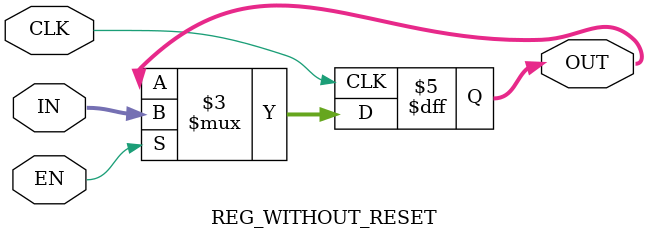
<source format=sv>
`timescale 1 ns / 1 ns
module REG_WITHOUT_RESET (OUT,IN, EN, CLK);
parameter SIZE = 8;
input EN, CLK;
input [SIZE-1:0] IN;
output reg [SIZE-1:0] OUT;

always_ff @ (posedge CLK) 
if (EN)
OUT <= IN;
else
OUT <= OUT;
endmodule
</source>
